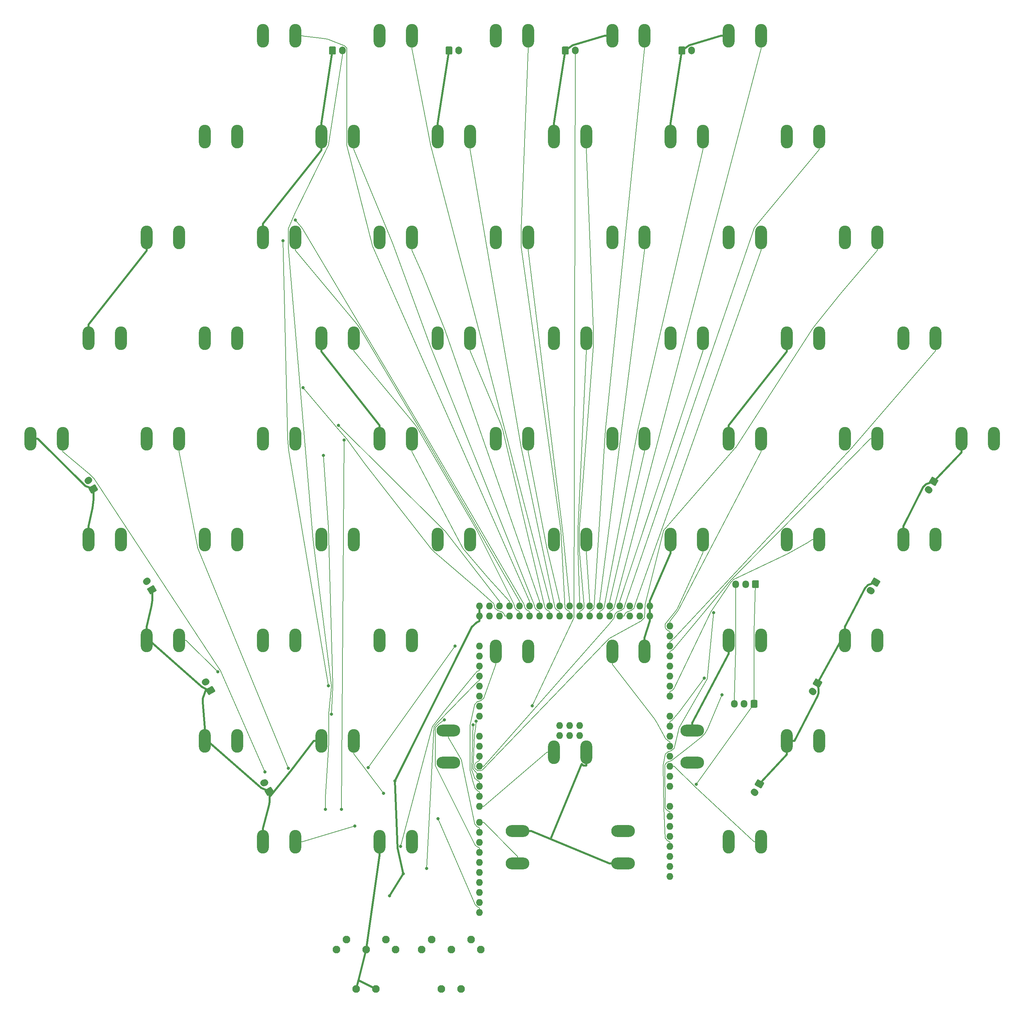
<source format=gbr>
G04 #@! TF.GenerationSoftware,KiCad,Pcbnew,(5.1.5-0-10_14)*
G04 #@! TF.CreationDate,2020-11-09T19:07:26-05:00*
G04 #@! TF.ProjectId,rainboard_newfighter,7261696e-626f-4617-9264-5f6e65776669,rev?*
G04 #@! TF.SameCoordinates,Original*
G04 #@! TF.FileFunction,Copper,L2,Bot*
G04 #@! TF.FilePolarity,Positive*
%FSLAX46Y46*%
G04 Gerber Fmt 4.6, Leading zero omitted, Abs format (unit mm)*
G04 Created by KiCad (PCBNEW (5.1.5-0-10_14)) date 2020-11-09 19:07:26*
%MOMM*%
%LPD*%
G04 APERTURE LIST*
%ADD10O,1.727200X1.727200*%
%ADD11O,3.000000X6.000000*%
%ADD12O,1.700000X1.950000*%
%ADD13C,0.100000*%
%ADD14C,1.700000*%
%ADD15O,1.700000X2.000000*%
%ADD16C,1.950000*%
%ADD17O,6.000000X3.000000*%
%ADD18C,0.800000*%
%ADD19C,0.200600*%
%ADD20C,0.500000*%
G04 APERTURE END LIST*
D10*
X12020000Y-73873000D03*
X34880000Y-40980000D03*
X34880000Y-43520000D03*
X32340000Y-40980000D03*
X32340000Y-43520000D03*
X29800000Y-40980000D03*
X29800000Y-43520000D03*
X27260000Y-40980000D03*
X27260000Y-43520000D03*
X24720000Y-40980000D03*
X24720000Y-43520000D03*
X22180000Y-40980000D03*
X22180000Y-43520000D03*
X19640000Y-40980000D03*
X19640000Y-43520000D03*
X17100000Y-40980000D03*
X17100000Y-43520000D03*
X14560000Y-40980000D03*
X14560000Y-43520000D03*
X12020000Y-40980000D03*
X12020000Y-43520000D03*
X9480000Y-40980000D03*
X9480000Y-43520000D03*
X6940000Y-40980000D03*
X6940000Y-43520000D03*
X4400000Y-40980000D03*
X4400000Y-43520000D03*
X1860000Y-40980000D03*
X1860000Y-43520000D03*
X-680000Y-40980000D03*
X-680000Y-43520000D03*
X-3220000Y-40980000D03*
X-3220000Y-43520000D03*
X-5760000Y-40980000D03*
X-5760000Y-43520000D03*
X-8300000Y-40980000D03*
X-8300000Y-43520000D03*
X39960000Y-46060000D03*
X39960000Y-48600000D03*
X39960000Y-51140000D03*
X39960000Y-53680000D03*
X39960000Y-56220000D03*
X39960000Y-58760000D03*
X39960000Y-61300000D03*
X39960000Y-63840000D03*
X39960000Y-68920000D03*
X39960000Y-71460000D03*
X39960000Y-74000000D03*
X39960000Y-76540000D03*
X39960000Y-79080000D03*
X39960000Y-81620000D03*
X39960000Y-84160000D03*
X39960000Y-109560000D03*
X-8300000Y-103464000D03*
X-8300000Y-106004000D03*
X-8300000Y-108544000D03*
X-8300000Y-113624000D03*
X-8300000Y-116164000D03*
X-8300000Y-118704000D03*
X-8300000Y-100924000D03*
X-8300000Y-98384000D03*
X-8300000Y-95844000D03*
X-8300000Y-111084000D03*
X-8300000Y-91780000D03*
X-8300000Y-89240000D03*
X-8300000Y-86700000D03*
X-8300000Y-84160000D03*
X-8300000Y-81620000D03*
X-8300000Y-79080000D03*
X-8300000Y-76540000D03*
X-8300000Y-74000000D03*
X-8300000Y-68920000D03*
X-8300000Y-66380000D03*
X-8300000Y-63840000D03*
X-8300000Y-61300000D03*
X-8300000Y-58760000D03*
X-8300000Y-56220000D03*
X-8300000Y-53680000D03*
X-8300000Y-51140000D03*
X39960000Y-107020000D03*
X39960000Y-104480000D03*
X39960000Y-101940000D03*
X39960000Y-99400000D03*
X39960000Y-96860000D03*
X39960000Y-94320000D03*
X39960000Y-91780000D03*
X39960000Y-86700000D03*
X12020000Y-71333000D03*
X14560000Y-73873000D03*
X14560000Y-71333000D03*
X17100000Y-71333000D03*
X17100000Y-73873000D03*
D11*
X33596800Y-52490000D03*
X25396800Y-52490000D03*
X-77842100Y-75235000D03*
X-69642100Y-75235000D03*
X-63093700Y-100780000D03*
X-54893700Y-100780000D03*
D12*
X56300000Y-65800000D03*
X58800000Y-65800000D03*
G04 #@! TA.AperFunction,ComponentPad*
D13*
G36*
X61924504Y-64826204D02*
G01*
X61948773Y-64829804D01*
X61972571Y-64835765D01*
X61995671Y-64844030D01*
X62017849Y-64854520D01*
X62038893Y-64867133D01*
X62058598Y-64881747D01*
X62076777Y-64898223D01*
X62093253Y-64916402D01*
X62107867Y-64936107D01*
X62120480Y-64957151D01*
X62130970Y-64979329D01*
X62139235Y-65002429D01*
X62145196Y-65026227D01*
X62148796Y-65050496D01*
X62150000Y-65075000D01*
X62150000Y-66525000D01*
X62148796Y-66549504D01*
X62145196Y-66573773D01*
X62139235Y-66597571D01*
X62130970Y-66620671D01*
X62120480Y-66642849D01*
X62107867Y-66663893D01*
X62093253Y-66683598D01*
X62076777Y-66701777D01*
X62058598Y-66718253D01*
X62038893Y-66732867D01*
X62017849Y-66745480D01*
X61995671Y-66755970D01*
X61972571Y-66764235D01*
X61948773Y-66770196D01*
X61924504Y-66773796D01*
X61900000Y-66775000D01*
X60700000Y-66775000D01*
X60675496Y-66773796D01*
X60651227Y-66770196D01*
X60627429Y-66764235D01*
X60604329Y-66755970D01*
X60582151Y-66745480D01*
X60561107Y-66732867D01*
X60541402Y-66718253D01*
X60523223Y-66701777D01*
X60506747Y-66683598D01*
X60492133Y-66663893D01*
X60479520Y-66642849D01*
X60469030Y-66620671D01*
X60460765Y-66597571D01*
X60454804Y-66573773D01*
X60451204Y-66549504D01*
X60450000Y-66525000D01*
X60450000Y-65075000D01*
X60451204Y-65050496D01*
X60454804Y-65026227D01*
X60460765Y-65002429D01*
X60469030Y-64979329D01*
X60479520Y-64957151D01*
X60492133Y-64936107D01*
X60506747Y-64916402D01*
X60523223Y-64898223D01*
X60541402Y-64881747D01*
X60561107Y-64867133D01*
X60582151Y-64854520D01*
X60604329Y-64844030D01*
X60627429Y-64835765D01*
X60651227Y-64829804D01*
X60675496Y-64826204D01*
X60700000Y-64825000D01*
X61900000Y-64825000D01*
X61924504Y-64826204D01*
G37*
G04 #@! TD.AperFunction*
D12*
X56700000Y-35450000D03*
X59200000Y-35450000D03*
G04 #@! TA.AperFunction,ComponentPad*
D13*
G36*
X62324504Y-34476204D02*
G01*
X62348773Y-34479804D01*
X62372571Y-34485765D01*
X62395671Y-34494030D01*
X62417849Y-34504520D01*
X62438893Y-34517133D01*
X62458598Y-34531747D01*
X62476777Y-34548223D01*
X62493253Y-34566402D01*
X62507867Y-34586107D01*
X62520480Y-34607151D01*
X62530970Y-34629329D01*
X62539235Y-34652429D01*
X62545196Y-34676227D01*
X62548796Y-34700496D01*
X62550000Y-34725000D01*
X62550000Y-36175000D01*
X62548796Y-36199504D01*
X62545196Y-36223773D01*
X62539235Y-36247571D01*
X62530970Y-36270671D01*
X62520480Y-36292849D01*
X62507867Y-36313893D01*
X62493253Y-36333598D01*
X62476777Y-36351777D01*
X62458598Y-36368253D01*
X62438893Y-36382867D01*
X62417849Y-36395480D01*
X62395671Y-36405970D01*
X62372571Y-36414235D01*
X62348773Y-36420196D01*
X62324504Y-36423796D01*
X62300000Y-36425000D01*
X61100000Y-36425000D01*
X61075496Y-36423796D01*
X61051227Y-36420196D01*
X61027429Y-36414235D01*
X61004329Y-36405970D01*
X60982151Y-36395480D01*
X60961107Y-36382867D01*
X60941402Y-36368253D01*
X60923223Y-36351777D01*
X60906747Y-36333598D01*
X60892133Y-36313893D01*
X60879520Y-36292849D01*
X60869030Y-36270671D01*
X60860765Y-36247571D01*
X60854804Y-36223773D01*
X60851204Y-36199504D01*
X60850000Y-36175000D01*
X60850000Y-34725000D01*
X60851204Y-34700496D01*
X60854804Y-34676227D01*
X60860765Y-34652429D01*
X60869030Y-34629329D01*
X60879520Y-34607151D01*
X60892133Y-34586107D01*
X60906747Y-34566402D01*
X60923223Y-34548223D01*
X60941402Y-34531747D01*
X60961107Y-34517133D01*
X60982151Y-34504520D01*
X61004329Y-34494030D01*
X61027429Y-34485765D01*
X61051227Y-34479804D01*
X61075496Y-34476204D01*
X61100000Y-34475000D01*
X62300000Y-34475000D01*
X62324504Y-34476204D01*
G37*
G04 #@! TD.AperFunction*
D14*
X61556604Y-88329264D02*
X61296796Y-88179264D01*
G04 #@! TA.AperFunction,ComponentPad*
D13*
G36*
X62359813Y-84946724D02*
G01*
X62383950Y-84951116D01*
X62407541Y-84957852D01*
X62430358Y-84966869D01*
X62452181Y-84978079D01*
X63751219Y-85728079D01*
X63771838Y-85741373D01*
X63791055Y-85756625D01*
X63808685Y-85773687D01*
X63824557Y-85792395D01*
X63838520Y-85812568D01*
X63850437Y-85834013D01*
X63860195Y-85856522D01*
X63867700Y-85879880D01*
X63872880Y-85903861D01*
X63875684Y-85928234D01*
X63876085Y-85952765D01*
X63874080Y-85977217D01*
X63869688Y-86001354D01*
X63862952Y-86024945D01*
X63853935Y-86047762D01*
X63842725Y-86069585D01*
X63242725Y-87108815D01*
X63229431Y-87129434D01*
X63214179Y-87148651D01*
X63197117Y-87166281D01*
X63178409Y-87182153D01*
X63158236Y-87196116D01*
X63136791Y-87208033D01*
X63114281Y-87217791D01*
X63090924Y-87225296D01*
X63066943Y-87230476D01*
X63042570Y-87233280D01*
X63018039Y-87233681D01*
X62993587Y-87231676D01*
X62969450Y-87227284D01*
X62945859Y-87220548D01*
X62923042Y-87211531D01*
X62901219Y-87200321D01*
X61602181Y-86450321D01*
X61581562Y-86437027D01*
X61562345Y-86421775D01*
X61544715Y-86404713D01*
X61528843Y-86386005D01*
X61514880Y-86365832D01*
X61502963Y-86344387D01*
X61493205Y-86321878D01*
X61485700Y-86298520D01*
X61480520Y-86274539D01*
X61477716Y-86250166D01*
X61477315Y-86225635D01*
X61479320Y-86201183D01*
X61483712Y-86177046D01*
X61490448Y-86153455D01*
X61499465Y-86130638D01*
X61510675Y-86108815D01*
X62110675Y-85069585D01*
X62123969Y-85048966D01*
X62139221Y-85029749D01*
X62156283Y-85012119D01*
X62174991Y-84996247D01*
X62195164Y-84982284D01*
X62216609Y-84970367D01*
X62239119Y-84960609D01*
X62262476Y-84953104D01*
X62286457Y-84947924D01*
X62310830Y-84945120D01*
X62335361Y-84944719D01*
X62359813Y-84946724D01*
G37*
G04 #@! TD.AperFunction*
D14*
X76279304Y-62758864D02*
X76019496Y-62608864D01*
G04 #@! TA.AperFunction,ComponentPad*
D13*
G36*
X77082513Y-59376324D02*
G01*
X77106650Y-59380716D01*
X77130241Y-59387452D01*
X77153058Y-59396469D01*
X77174881Y-59407679D01*
X78473919Y-60157679D01*
X78494538Y-60170973D01*
X78513755Y-60186225D01*
X78531385Y-60203287D01*
X78547257Y-60221995D01*
X78561220Y-60242168D01*
X78573137Y-60263613D01*
X78582895Y-60286122D01*
X78590400Y-60309480D01*
X78595580Y-60333461D01*
X78598384Y-60357834D01*
X78598785Y-60382365D01*
X78596780Y-60406817D01*
X78592388Y-60430954D01*
X78585652Y-60454545D01*
X78576635Y-60477362D01*
X78565425Y-60499185D01*
X77965425Y-61538415D01*
X77952131Y-61559034D01*
X77936879Y-61578251D01*
X77919817Y-61595881D01*
X77901109Y-61611753D01*
X77880936Y-61625716D01*
X77859491Y-61637633D01*
X77836981Y-61647391D01*
X77813624Y-61654896D01*
X77789643Y-61660076D01*
X77765270Y-61662880D01*
X77740739Y-61663281D01*
X77716287Y-61661276D01*
X77692150Y-61656884D01*
X77668559Y-61650148D01*
X77645742Y-61641131D01*
X77623919Y-61629921D01*
X76324881Y-60879921D01*
X76304262Y-60866627D01*
X76285045Y-60851375D01*
X76267415Y-60834313D01*
X76251543Y-60815605D01*
X76237580Y-60795432D01*
X76225663Y-60773987D01*
X76215905Y-60751478D01*
X76208400Y-60728120D01*
X76203220Y-60704139D01*
X76200416Y-60679766D01*
X76200015Y-60655235D01*
X76202020Y-60630783D01*
X76206412Y-60606646D01*
X76213148Y-60583055D01*
X76222165Y-60560238D01*
X76233375Y-60538415D01*
X76833375Y-59499185D01*
X76846669Y-59478566D01*
X76861921Y-59459349D01*
X76878983Y-59441719D01*
X76897691Y-59425847D01*
X76917864Y-59411884D01*
X76939309Y-59399967D01*
X76961819Y-59390209D01*
X76985176Y-59382704D01*
X77009157Y-59377524D01*
X77033530Y-59374720D01*
X77058061Y-59374319D01*
X77082513Y-59376324D01*
G37*
G04 #@! TD.AperFunction*
D14*
X91002304Y-37188864D02*
X90742496Y-37038864D01*
G04 #@! TA.AperFunction,ComponentPad*
D13*
G36*
X91805513Y-33806324D02*
G01*
X91829650Y-33810716D01*
X91853241Y-33817452D01*
X91876058Y-33826469D01*
X91897881Y-33837679D01*
X93196919Y-34587679D01*
X93217538Y-34600973D01*
X93236755Y-34616225D01*
X93254385Y-34633287D01*
X93270257Y-34651995D01*
X93284220Y-34672168D01*
X93296137Y-34693613D01*
X93305895Y-34716122D01*
X93313400Y-34739480D01*
X93318580Y-34763461D01*
X93321384Y-34787834D01*
X93321785Y-34812365D01*
X93319780Y-34836817D01*
X93315388Y-34860954D01*
X93308652Y-34884545D01*
X93299635Y-34907362D01*
X93288425Y-34929185D01*
X92688425Y-35968415D01*
X92675131Y-35989034D01*
X92659879Y-36008251D01*
X92642817Y-36025881D01*
X92624109Y-36041753D01*
X92603936Y-36055716D01*
X92582491Y-36067633D01*
X92559981Y-36077391D01*
X92536624Y-36084896D01*
X92512643Y-36090076D01*
X92488270Y-36092880D01*
X92463739Y-36093281D01*
X92439287Y-36091276D01*
X92415150Y-36086884D01*
X92391559Y-36080148D01*
X92368742Y-36071131D01*
X92346919Y-36059921D01*
X91047881Y-35309921D01*
X91027262Y-35296627D01*
X91008045Y-35281375D01*
X90990415Y-35264313D01*
X90974543Y-35245605D01*
X90960580Y-35225432D01*
X90948663Y-35203987D01*
X90938905Y-35181478D01*
X90931400Y-35158120D01*
X90926220Y-35134139D01*
X90923416Y-35109766D01*
X90923015Y-35085235D01*
X90925020Y-35060783D01*
X90929412Y-35036646D01*
X90936148Y-35013055D01*
X90945165Y-34990238D01*
X90956375Y-34968415D01*
X91556375Y-33929185D01*
X91569669Y-33908566D01*
X91584921Y-33889349D01*
X91601983Y-33871719D01*
X91620691Y-33855847D01*
X91640864Y-33841884D01*
X91662309Y-33829967D01*
X91684819Y-33820209D01*
X91708176Y-33812704D01*
X91732157Y-33807524D01*
X91756530Y-33804720D01*
X91781061Y-33804319D01*
X91805513Y-33806324D01*
G37*
G04 #@! TD.AperFunction*
D14*
X105724904Y-11618864D02*
X105465096Y-11468864D01*
G04 #@! TA.AperFunction,ComponentPad*
D13*
G36*
X106528113Y-8236324D02*
G01*
X106552250Y-8240716D01*
X106575841Y-8247452D01*
X106598658Y-8256469D01*
X106620481Y-8267679D01*
X107919519Y-9017679D01*
X107940138Y-9030973D01*
X107959355Y-9046225D01*
X107976985Y-9063287D01*
X107992857Y-9081995D01*
X108006820Y-9102168D01*
X108018737Y-9123613D01*
X108028495Y-9146122D01*
X108036000Y-9169480D01*
X108041180Y-9193461D01*
X108043984Y-9217834D01*
X108044385Y-9242365D01*
X108042380Y-9266817D01*
X108037988Y-9290954D01*
X108031252Y-9314545D01*
X108022235Y-9337362D01*
X108011025Y-9359185D01*
X107411025Y-10398415D01*
X107397731Y-10419034D01*
X107382479Y-10438251D01*
X107365417Y-10455881D01*
X107346709Y-10471753D01*
X107326536Y-10485716D01*
X107305091Y-10497633D01*
X107282581Y-10507391D01*
X107259224Y-10514896D01*
X107235243Y-10520076D01*
X107210870Y-10522880D01*
X107186339Y-10523281D01*
X107161887Y-10521276D01*
X107137750Y-10516884D01*
X107114159Y-10510148D01*
X107091342Y-10501131D01*
X107069519Y-10489921D01*
X105770481Y-9739921D01*
X105749862Y-9726627D01*
X105730645Y-9711375D01*
X105713015Y-9694313D01*
X105697143Y-9675605D01*
X105683180Y-9655432D01*
X105671263Y-9633987D01*
X105661505Y-9611478D01*
X105654000Y-9588120D01*
X105648820Y-9564139D01*
X105646016Y-9539766D01*
X105645615Y-9515235D01*
X105647620Y-9490783D01*
X105652012Y-9466646D01*
X105658748Y-9443055D01*
X105667765Y-9420238D01*
X105678975Y-9398415D01*
X106278975Y-8359185D01*
X106292269Y-8338566D01*
X106307521Y-8319349D01*
X106324583Y-8301719D01*
X106343291Y-8285847D01*
X106363464Y-8271884D01*
X106384909Y-8259967D01*
X106407419Y-8250209D01*
X106430776Y-8242704D01*
X106454757Y-8237524D01*
X106479130Y-8234720D01*
X106503661Y-8234319D01*
X106528113Y-8236324D01*
G37*
G04 #@! TD.AperFunction*
D15*
X45527600Y99872800D03*
G04 #@! TA.AperFunction,ComponentPad*
D13*
G36*
X43652104Y100871596D02*
G01*
X43676373Y100867996D01*
X43700171Y100862035D01*
X43723271Y100853770D01*
X43745449Y100843280D01*
X43766493Y100830667D01*
X43786198Y100816053D01*
X43804377Y100799577D01*
X43820853Y100781398D01*
X43835467Y100761693D01*
X43848080Y100740649D01*
X43858570Y100718471D01*
X43866835Y100695371D01*
X43872796Y100671573D01*
X43876396Y100647304D01*
X43877600Y100622800D01*
X43877600Y99122800D01*
X43876396Y99098296D01*
X43872796Y99074027D01*
X43866835Y99050229D01*
X43858570Y99027129D01*
X43848080Y99004951D01*
X43835467Y98983907D01*
X43820853Y98964202D01*
X43804377Y98946023D01*
X43786198Y98929547D01*
X43766493Y98914933D01*
X43745449Y98902320D01*
X43723271Y98891830D01*
X43700171Y98883565D01*
X43676373Y98877604D01*
X43652104Y98874004D01*
X43627600Y98872800D01*
X42427600Y98872800D01*
X42403096Y98874004D01*
X42378827Y98877604D01*
X42355029Y98883565D01*
X42331929Y98891830D01*
X42309751Y98902320D01*
X42288707Y98914933D01*
X42269002Y98929547D01*
X42250823Y98946023D01*
X42234347Y98964202D01*
X42219733Y98983907D01*
X42207120Y99004951D01*
X42196630Y99027129D01*
X42188365Y99050229D01*
X42182404Y99074027D01*
X42178804Y99098296D01*
X42177600Y99122800D01*
X42177600Y100622800D01*
X42178804Y100647304D01*
X42182404Y100671573D01*
X42188365Y100695371D01*
X42196630Y100718471D01*
X42207120Y100740649D01*
X42219733Y100761693D01*
X42234347Y100781398D01*
X42250823Y100799577D01*
X42269002Y100816053D01*
X42288707Y100830667D01*
X42309751Y100843280D01*
X42331929Y100853770D01*
X42355029Y100862035D01*
X42378827Y100867996D01*
X42403096Y100871596D01*
X42427600Y100872800D01*
X43627600Y100872800D01*
X43652104Y100871596D01*
G37*
G04 #@! TD.AperFunction*
D15*
X16012800Y99872800D03*
G04 #@! TA.AperFunction,ComponentPad*
D13*
G36*
X14137304Y100871596D02*
G01*
X14161573Y100867996D01*
X14185371Y100862035D01*
X14208471Y100853770D01*
X14230649Y100843280D01*
X14251693Y100830667D01*
X14271398Y100816053D01*
X14289577Y100799577D01*
X14306053Y100781398D01*
X14320667Y100761693D01*
X14333280Y100740649D01*
X14343770Y100718471D01*
X14352035Y100695371D01*
X14357996Y100671573D01*
X14361596Y100647304D01*
X14362800Y100622800D01*
X14362800Y99122800D01*
X14361596Y99098296D01*
X14357996Y99074027D01*
X14352035Y99050229D01*
X14343770Y99027129D01*
X14333280Y99004951D01*
X14320667Y98983907D01*
X14306053Y98964202D01*
X14289577Y98946023D01*
X14271398Y98929547D01*
X14251693Y98914933D01*
X14230649Y98902320D01*
X14208471Y98891830D01*
X14185371Y98883565D01*
X14161573Y98877604D01*
X14137304Y98874004D01*
X14112800Y98872800D01*
X12912800Y98872800D01*
X12888296Y98874004D01*
X12864027Y98877604D01*
X12840229Y98883565D01*
X12817129Y98891830D01*
X12794951Y98902320D01*
X12773907Y98914933D01*
X12754202Y98929547D01*
X12736023Y98946023D01*
X12719547Y98964202D01*
X12704933Y98983907D01*
X12692320Y99004951D01*
X12681830Y99027129D01*
X12673565Y99050229D01*
X12667604Y99074027D01*
X12664004Y99098296D01*
X12662800Y99122800D01*
X12662800Y100622800D01*
X12664004Y100647304D01*
X12667604Y100671573D01*
X12673565Y100695371D01*
X12681830Y100718471D01*
X12692320Y100740649D01*
X12704933Y100761693D01*
X12719547Y100781398D01*
X12736023Y100799577D01*
X12754202Y100816053D01*
X12773907Y100830667D01*
X12794951Y100843280D01*
X12817129Y100853770D01*
X12840229Y100862035D01*
X12864027Y100867996D01*
X12888296Y100871596D01*
X12912800Y100872800D01*
X14112800Y100872800D01*
X14137304Y100871596D01*
G37*
G04 #@! TD.AperFunction*
D15*
X-13502000Y99872800D03*
G04 #@! TA.AperFunction,ComponentPad*
D13*
G36*
X-15377496Y100871596D02*
G01*
X-15353227Y100867996D01*
X-15329429Y100862035D01*
X-15306329Y100853770D01*
X-15284151Y100843280D01*
X-15263107Y100830667D01*
X-15243402Y100816053D01*
X-15225223Y100799577D01*
X-15208747Y100781398D01*
X-15194133Y100761693D01*
X-15181520Y100740649D01*
X-15171030Y100718471D01*
X-15162765Y100695371D01*
X-15156804Y100671573D01*
X-15153204Y100647304D01*
X-15152000Y100622800D01*
X-15152000Y99122800D01*
X-15153204Y99098296D01*
X-15156804Y99074027D01*
X-15162765Y99050229D01*
X-15171030Y99027129D01*
X-15181520Y99004951D01*
X-15194133Y98983907D01*
X-15208747Y98964202D01*
X-15225223Y98946023D01*
X-15243402Y98929547D01*
X-15263107Y98914933D01*
X-15284151Y98902320D01*
X-15306329Y98891830D01*
X-15329429Y98883565D01*
X-15353227Y98877604D01*
X-15377496Y98874004D01*
X-15402000Y98872800D01*
X-16602000Y98872800D01*
X-16626504Y98874004D01*
X-16650773Y98877604D01*
X-16674571Y98883565D01*
X-16697671Y98891830D01*
X-16719849Y98902320D01*
X-16740893Y98914933D01*
X-16760598Y98929547D01*
X-16778777Y98946023D01*
X-16795253Y98964202D01*
X-16809867Y98983907D01*
X-16822480Y99004951D01*
X-16832970Y99027129D01*
X-16841235Y99050229D01*
X-16847196Y99074027D01*
X-16850796Y99098296D01*
X-16852000Y99122800D01*
X-16852000Y100622800D01*
X-16850796Y100647304D01*
X-16847196Y100671573D01*
X-16841235Y100695371D01*
X-16832970Y100718471D01*
X-16822480Y100740649D01*
X-16809867Y100761693D01*
X-16795253Y100781398D01*
X-16778777Y100799577D01*
X-16760598Y100816053D01*
X-16740893Y100830667D01*
X-16719849Y100843280D01*
X-16697671Y100853770D01*
X-16674571Y100862035D01*
X-16650773Y100867996D01*
X-16626504Y100871596D01*
X-16602000Y100872800D01*
X-15402000Y100872800D01*
X-15377496Y100871596D01*
G37*
G04 #@! TD.AperFunction*
D15*
X-43016800Y99872800D03*
G04 #@! TA.AperFunction,ComponentPad*
D13*
G36*
X-44892296Y100871596D02*
G01*
X-44868027Y100867996D01*
X-44844229Y100862035D01*
X-44821129Y100853770D01*
X-44798951Y100843280D01*
X-44777907Y100830667D01*
X-44758202Y100816053D01*
X-44740023Y100799577D01*
X-44723547Y100781398D01*
X-44708933Y100761693D01*
X-44696320Y100740649D01*
X-44685830Y100718471D01*
X-44677565Y100695371D01*
X-44671604Y100671573D01*
X-44668004Y100647304D01*
X-44666800Y100622800D01*
X-44666800Y99122800D01*
X-44668004Y99098296D01*
X-44671604Y99074027D01*
X-44677565Y99050229D01*
X-44685830Y99027129D01*
X-44696320Y99004951D01*
X-44708933Y98983907D01*
X-44723547Y98964202D01*
X-44740023Y98946023D01*
X-44758202Y98929547D01*
X-44777907Y98914933D01*
X-44798951Y98902320D01*
X-44821129Y98891830D01*
X-44844229Y98883565D01*
X-44868027Y98877604D01*
X-44892296Y98874004D01*
X-44916800Y98872800D01*
X-46116800Y98872800D01*
X-46141304Y98874004D01*
X-46165573Y98877604D01*
X-46189371Y98883565D01*
X-46212471Y98891830D01*
X-46234649Y98902320D01*
X-46255693Y98914933D01*
X-46275398Y98929547D01*
X-46293577Y98946023D01*
X-46310053Y98964202D01*
X-46324667Y98983907D01*
X-46337280Y99004951D01*
X-46347770Y99027129D01*
X-46356035Y99050229D01*
X-46361996Y99074027D01*
X-46365596Y99098296D01*
X-46366800Y99122800D01*
X-46366800Y100622800D01*
X-46365596Y100647304D01*
X-46361996Y100671573D01*
X-46356035Y100695371D01*
X-46347770Y100718471D01*
X-46337280Y100740649D01*
X-46324667Y100761693D01*
X-46310053Y100781398D01*
X-46293577Y100799577D01*
X-46275398Y100816053D01*
X-46255693Y100830667D01*
X-46234649Y100843280D01*
X-46212471Y100853770D01*
X-46189371Y100862035D01*
X-46165573Y100867996D01*
X-46141304Y100871596D01*
X-46116800Y100872800D01*
X-44916800Y100872800D01*
X-44892296Y100871596D01*
G37*
G04 #@! TD.AperFunction*
D14*
X-107530904Y-9224636D02*
X-107271096Y-9074636D01*
G04 #@! TA.AperFunction,ComponentPad*
D13*
G36*
X-105785130Y-10170620D02*
G01*
X-105760757Y-10173424D01*
X-105736776Y-10178604D01*
X-105713418Y-10186109D01*
X-105690909Y-10195867D01*
X-105669464Y-10207784D01*
X-105649291Y-10221747D01*
X-105630583Y-10237619D01*
X-105613521Y-10255249D01*
X-105598269Y-10274466D01*
X-105584975Y-10295085D01*
X-104984975Y-11334315D01*
X-104973765Y-11356138D01*
X-104964748Y-11378955D01*
X-104958012Y-11402546D01*
X-104953620Y-11426683D01*
X-104951615Y-11451135D01*
X-104952016Y-11475666D01*
X-104954820Y-11500039D01*
X-104960000Y-11524020D01*
X-104967505Y-11547377D01*
X-104977263Y-11569887D01*
X-104989180Y-11591332D01*
X-105003143Y-11611505D01*
X-105019015Y-11630213D01*
X-105036645Y-11647275D01*
X-105055862Y-11662527D01*
X-105076481Y-11675821D01*
X-106375519Y-12425821D01*
X-106397342Y-12437031D01*
X-106420159Y-12446048D01*
X-106443750Y-12452784D01*
X-106467887Y-12457176D01*
X-106492339Y-12459181D01*
X-106516870Y-12458780D01*
X-106541243Y-12455976D01*
X-106565224Y-12450796D01*
X-106588582Y-12443291D01*
X-106611091Y-12433533D01*
X-106632536Y-12421616D01*
X-106652709Y-12407653D01*
X-106671417Y-12391781D01*
X-106688479Y-12374151D01*
X-106703731Y-12354934D01*
X-106717025Y-12334315D01*
X-107317025Y-11295085D01*
X-107328235Y-11273262D01*
X-107337252Y-11250445D01*
X-107343988Y-11226854D01*
X-107348380Y-11202717D01*
X-107350385Y-11178265D01*
X-107349984Y-11153734D01*
X-107347180Y-11129361D01*
X-107342000Y-11105380D01*
X-107334495Y-11082023D01*
X-107324737Y-11059513D01*
X-107312820Y-11038068D01*
X-107298857Y-11017895D01*
X-107282985Y-10999187D01*
X-107265355Y-10982125D01*
X-107246138Y-10966873D01*
X-107225519Y-10953579D01*
X-105926481Y-10203579D01*
X-105904658Y-10192369D01*
X-105881841Y-10183352D01*
X-105858250Y-10176616D01*
X-105834113Y-10172224D01*
X-105809661Y-10170219D01*
X-105785130Y-10170620D01*
G37*
G04 #@! TD.AperFunction*
D14*
X-92663004Y-34780536D02*
X-92403196Y-34630536D01*
G04 #@! TA.AperFunction,ComponentPad*
D13*
G36*
X-90917230Y-35726520D02*
G01*
X-90892857Y-35729324D01*
X-90868876Y-35734504D01*
X-90845518Y-35742009D01*
X-90823009Y-35751767D01*
X-90801564Y-35763684D01*
X-90781391Y-35777647D01*
X-90762683Y-35793519D01*
X-90745621Y-35811149D01*
X-90730369Y-35830366D01*
X-90717075Y-35850985D01*
X-90117075Y-36890215D01*
X-90105865Y-36912038D01*
X-90096848Y-36934855D01*
X-90090112Y-36958446D01*
X-90085720Y-36982583D01*
X-90083715Y-37007035D01*
X-90084116Y-37031566D01*
X-90086920Y-37055939D01*
X-90092100Y-37079920D01*
X-90099605Y-37103277D01*
X-90109363Y-37125787D01*
X-90121280Y-37147232D01*
X-90135243Y-37167405D01*
X-90151115Y-37186113D01*
X-90168745Y-37203175D01*
X-90187962Y-37218427D01*
X-90208581Y-37231721D01*
X-91507619Y-37981721D01*
X-91529442Y-37992931D01*
X-91552259Y-38001948D01*
X-91575850Y-38008684D01*
X-91599987Y-38013076D01*
X-91624439Y-38015081D01*
X-91648970Y-38014680D01*
X-91673343Y-38011876D01*
X-91697324Y-38006696D01*
X-91720682Y-37999191D01*
X-91743191Y-37989433D01*
X-91764636Y-37977516D01*
X-91784809Y-37963553D01*
X-91803517Y-37947681D01*
X-91820579Y-37930051D01*
X-91835831Y-37910834D01*
X-91849125Y-37890215D01*
X-92449125Y-36850985D01*
X-92460335Y-36829162D01*
X-92469352Y-36806345D01*
X-92476088Y-36782754D01*
X-92480480Y-36758617D01*
X-92482485Y-36734165D01*
X-92482084Y-36709634D01*
X-92479280Y-36685261D01*
X-92474100Y-36661280D01*
X-92466595Y-36637923D01*
X-92456837Y-36615413D01*
X-92444920Y-36593968D01*
X-92430957Y-36573795D01*
X-92415085Y-36555087D01*
X-92397455Y-36538025D01*
X-92378238Y-36522773D01*
X-92357619Y-36509479D01*
X-91058581Y-35759479D01*
X-91036758Y-35748269D01*
X-91013941Y-35739252D01*
X-90990350Y-35732516D01*
X-90966213Y-35728124D01*
X-90941761Y-35726119D01*
X-90917230Y-35726520D01*
G37*
G04 #@! TD.AperFunction*
D14*
X-77795104Y-60336636D02*
X-77535296Y-60186636D01*
G04 #@! TA.AperFunction,ComponentPad*
D13*
G36*
X-76049330Y-61282620D02*
G01*
X-76024957Y-61285424D01*
X-76000976Y-61290604D01*
X-75977618Y-61298109D01*
X-75955109Y-61307867D01*
X-75933664Y-61319784D01*
X-75913491Y-61333747D01*
X-75894783Y-61349619D01*
X-75877721Y-61367249D01*
X-75862469Y-61386466D01*
X-75849175Y-61407085D01*
X-75249175Y-62446315D01*
X-75237965Y-62468138D01*
X-75228948Y-62490955D01*
X-75222212Y-62514546D01*
X-75217820Y-62538683D01*
X-75215815Y-62563135D01*
X-75216216Y-62587666D01*
X-75219020Y-62612039D01*
X-75224200Y-62636020D01*
X-75231705Y-62659377D01*
X-75241463Y-62681887D01*
X-75253380Y-62703332D01*
X-75267343Y-62723505D01*
X-75283215Y-62742213D01*
X-75300845Y-62759275D01*
X-75320062Y-62774527D01*
X-75340681Y-62787821D01*
X-76639719Y-63537821D01*
X-76661542Y-63549031D01*
X-76684359Y-63558048D01*
X-76707950Y-63564784D01*
X-76732087Y-63569176D01*
X-76756539Y-63571181D01*
X-76781070Y-63570780D01*
X-76805443Y-63567976D01*
X-76829424Y-63562796D01*
X-76852782Y-63555291D01*
X-76875291Y-63545533D01*
X-76896736Y-63533616D01*
X-76916909Y-63519653D01*
X-76935617Y-63503781D01*
X-76952679Y-63486151D01*
X-76967931Y-63466934D01*
X-76981225Y-63446315D01*
X-77581225Y-62407085D01*
X-77592435Y-62385262D01*
X-77601452Y-62362445D01*
X-77608188Y-62338854D01*
X-77612580Y-62314717D01*
X-77614585Y-62290265D01*
X-77614184Y-62265734D01*
X-77611380Y-62241361D01*
X-77606200Y-62217380D01*
X-77598695Y-62194023D01*
X-77588937Y-62171513D01*
X-77577020Y-62150068D01*
X-77563057Y-62129895D01*
X-77547185Y-62111187D01*
X-77529555Y-62094125D01*
X-77510338Y-62078873D01*
X-77489719Y-62065579D01*
X-76190681Y-61315579D01*
X-76168858Y-61304369D01*
X-76146041Y-61295352D01*
X-76122450Y-61288616D01*
X-76098313Y-61284224D01*
X-76073861Y-61282219D01*
X-76049330Y-61282620D01*
G37*
G04 #@! TD.AperFunction*
D14*
X-62927104Y-85892536D02*
X-62667296Y-85742536D01*
G04 #@! TA.AperFunction,ComponentPad*
D13*
G36*
X-61181330Y-86838520D02*
G01*
X-61156957Y-86841324D01*
X-61132976Y-86846504D01*
X-61109618Y-86854009D01*
X-61087109Y-86863767D01*
X-61065664Y-86875684D01*
X-61045491Y-86889647D01*
X-61026783Y-86905519D01*
X-61009721Y-86923149D01*
X-60994469Y-86942366D01*
X-60981175Y-86962985D01*
X-60381175Y-88002215D01*
X-60369965Y-88024038D01*
X-60360948Y-88046855D01*
X-60354212Y-88070446D01*
X-60349820Y-88094583D01*
X-60347815Y-88119035D01*
X-60348216Y-88143566D01*
X-60351020Y-88167939D01*
X-60356200Y-88191920D01*
X-60363705Y-88215277D01*
X-60373463Y-88237787D01*
X-60385380Y-88259232D01*
X-60399343Y-88279405D01*
X-60415215Y-88298113D01*
X-60432845Y-88315175D01*
X-60452062Y-88330427D01*
X-60472681Y-88343721D01*
X-61771719Y-89093721D01*
X-61793542Y-89104931D01*
X-61816359Y-89113948D01*
X-61839950Y-89120684D01*
X-61864087Y-89125076D01*
X-61888539Y-89127081D01*
X-61913070Y-89126680D01*
X-61937443Y-89123876D01*
X-61961424Y-89118696D01*
X-61984782Y-89111191D01*
X-62007291Y-89101433D01*
X-62028736Y-89089516D01*
X-62048909Y-89075553D01*
X-62067617Y-89059681D01*
X-62084679Y-89042051D01*
X-62099931Y-89022834D01*
X-62113225Y-89002215D01*
X-62713225Y-87962985D01*
X-62724435Y-87941162D01*
X-62733452Y-87918345D01*
X-62740188Y-87894754D01*
X-62744580Y-87870617D01*
X-62746585Y-87846165D01*
X-62746184Y-87821634D01*
X-62743380Y-87797261D01*
X-62738200Y-87773280D01*
X-62730695Y-87749923D01*
X-62720937Y-87727413D01*
X-62709020Y-87705968D01*
X-62695057Y-87685795D01*
X-62679185Y-87667087D01*
X-62661555Y-87650025D01*
X-62642338Y-87634773D01*
X-62621719Y-87621479D01*
X-61322681Y-86871479D01*
X-61300858Y-86860269D01*
X-61278041Y-86851252D01*
X-61254450Y-86844516D01*
X-61230313Y-86840124D01*
X-61205861Y-86838119D01*
X-61181330Y-86838520D01*
G37*
G04 #@! TD.AperFunction*
D16*
X-34500000Y-138100000D03*
X-39500000Y-138100000D03*
X-44500000Y-128100000D03*
X-42000000Y-125600000D03*
X-29500000Y-128100000D03*
X-32000000Y-125600000D03*
X-37000000Y-128100000D03*
X-12900000Y-138100000D03*
X-17900000Y-138100000D03*
X-22900000Y-128100000D03*
X-20400000Y-125600000D03*
X-7900000Y-128100000D03*
X-10400000Y-125600000D03*
X-15400000Y-128100000D03*
D17*
X28096800Y-106280000D03*
X28096800Y-98080000D03*
X1400000Y-98080000D03*
X1400000Y-106280000D03*
X-16148400Y-80735000D03*
X-16148400Y-72535000D03*
X45645200Y-72535000D03*
X45645200Y-80735000D03*
D11*
X40145200Y-24145000D03*
X48345200Y-24145000D03*
X-18848400Y-24145000D03*
X-10648400Y-24145000D03*
X4100000Y-52490000D03*
X-4100000Y-52490000D03*
X10648400Y-24145000D03*
X18848400Y-24145000D03*
X-63093700Y103580000D03*
X-54893700Y103580000D03*
X-33596800Y103580000D03*
X-25396800Y103580000D03*
X-4100000Y103580000D03*
X4100000Y103580000D03*
X25396800Y103580000D03*
X33596800Y103580000D03*
X54893700Y103580000D03*
X63093700Y103580000D03*
X-77842100Y78035000D03*
X-69642100Y78035000D03*
X-48345200Y78035000D03*
X-40145200Y78035000D03*
X-18848400Y78035000D03*
X-10648400Y78035000D03*
X10648400Y78035000D03*
X18848400Y78035000D03*
X40145200Y78035000D03*
X48345200Y78035000D03*
X69642100Y78035000D03*
X77842100Y78035000D03*
X-92590500Y52490000D03*
X-84390500Y52490000D03*
X-63093700Y52490000D03*
X-54893700Y52490000D03*
X-33596800Y52490000D03*
X-25396800Y52490000D03*
X-4100000Y52490000D03*
X4100000Y52490000D03*
X25396800Y52490000D03*
X33596800Y52490000D03*
X54893700Y52490000D03*
X63093700Y52490000D03*
X84390500Y52490000D03*
X92590500Y52490000D03*
X-107339000Y26945000D03*
X-99139000Y26945000D03*
X-77842100Y26945000D03*
X-69642100Y26945000D03*
X-48345200Y26945000D03*
X-40145200Y26945000D03*
X-18848400Y26945000D03*
X-10648400Y26945000D03*
X10648400Y26945000D03*
X18848400Y26945000D03*
X40145200Y26945000D03*
X48345200Y26945000D03*
X69642100Y26945000D03*
X77842100Y26945000D03*
X99139000Y26945000D03*
X107339000Y26945000D03*
X-122087000Y1400000D03*
X-113887000Y1400000D03*
X-92590500Y1400000D03*
X-84390500Y1400000D03*
X-63093700Y1400000D03*
X-54893700Y1400000D03*
X-33596800Y1400000D03*
X-25396800Y1400000D03*
X-4100000Y1400000D03*
X4100000Y1400000D03*
X25396800Y1400000D03*
X33596800Y1400000D03*
X54893700Y1400000D03*
X63093700Y1400000D03*
X84390500Y1400000D03*
X92590500Y1400000D03*
X113887000Y1400000D03*
X122087000Y1400000D03*
X-107339000Y-24145000D03*
X-99139000Y-24145000D03*
X-77842100Y-24145000D03*
X-69642100Y-24145000D03*
X-48345200Y-24145000D03*
X-40145200Y-24145000D03*
X69642100Y-24145000D03*
X77842100Y-24145000D03*
X99139000Y-24145000D03*
X107339000Y-24145000D03*
X-92590500Y-49690000D03*
X-84390500Y-49690000D03*
X-63093700Y-49690000D03*
X-54893700Y-49690000D03*
X-33596800Y-49690000D03*
X-25396800Y-49690000D03*
X54893700Y-49690000D03*
X63093700Y-49690000D03*
X84390500Y-49690000D03*
X92590500Y-49690000D03*
X-48345200Y-75235000D03*
X-40145200Y-75235000D03*
X18848400Y-78035000D03*
X10648400Y-78035000D03*
X69642100Y-75235000D03*
X77842100Y-75235000D03*
X-33596800Y-100780000D03*
X-25396800Y-100780000D03*
X54893700Y-100780000D03*
X63093700Y-100780000D03*
D18*
X-54956700Y56922000D03*
X-52995800Y14383700D03*
X-47835400Y-2791700D03*
X-45795500Y-68420200D03*
X-62610800Y-83072200D03*
X-56713100Y-82161000D03*
X-9849700Y-71173100D03*
X-74560400Y-57704200D03*
X-9117800Y-70237700D03*
X48720900Y-59291300D03*
X-17167500Y-69827700D03*
X-32594900Y-88509200D03*
X-43999200Y4817700D03*
X-39834000Y-96768000D03*
X-31003400Y-114511800D03*
X-27605500Y-108863600D03*
X-29691700Y-85319100D03*
X-47329700Y-92574100D03*
X-58024500Y51603500D03*
X-46500800Y-61234100D03*
X5143700Y-66344000D03*
X-42590300Y1048700D03*
X-43220700Y-92556000D03*
X-18790700Y-94966200D03*
X51095400Y-42710400D03*
X-21635400Y-107555000D03*
X-14472500Y-51171300D03*
X-36474500Y-81942000D03*
X-28212200Y-101991800D03*
X46685000Y-86179200D03*
X53157000Y-63550000D03*
D19*
X4400000Y-40980000D02*
X4400000Y-39838000D01*
X-54893700Y103580000D02*
X-53115300Y103580000D01*
X-53115300Y103580000D02*
X-52991900Y103561200D01*
X-52991900Y103561200D02*
X-48623400Y102997200D01*
X-48623400Y102997200D02*
X-46797900Y102748300D01*
X-46797900Y102748300D02*
X-46779700Y102744900D01*
X-46779700Y102744900D02*
X-42441500Y101093700D01*
X-42441500Y101093700D02*
X-41888200Y100484900D01*
X-41888200Y100484900D02*
X-41888300Y99333600D01*
X-41888300Y99333600D02*
X-41923700Y80188200D01*
X-41923700Y80188200D02*
X-41923700Y75870800D01*
X-41923700Y75870800D02*
X-41922200Y75847000D01*
X-41922200Y75847000D02*
X-35365400Y50269200D01*
X-35365400Y50269200D02*
X-35012400Y49477400D01*
X-35012400Y49477400D02*
X4400000Y-39838000D01*
D20*
X54893700Y-49690000D02*
X54893700Y-53118100D01*
X45645200Y-72535000D02*
X45645200Y-70606900D01*
X45645200Y-70606900D02*
X54893700Y-53118100D01*
X99139000Y-24145000D02*
X99139000Y-20716900D01*
X99139000Y-20716900D02*
X104185500Y-10852900D01*
X104185500Y-10852900D02*
X104909800Y-10128600D01*
X104909800Y-10128600D02*
X106845000Y-9378800D01*
X69642100Y-75235000D02*
X69642100Y-78663100D01*
X62676700Y-86089200D02*
X69642100Y-78663100D01*
X69642100Y-75235000D02*
X71570200Y-75235000D01*
X71570200Y-75235000D02*
X77423600Y-63842100D01*
X77423600Y-63842100D02*
X77675800Y-63106700D01*
X77675800Y-63106700D02*
X77642500Y-62089500D01*
X77642500Y-62089500D02*
X77399400Y-60518800D01*
X54893700Y1400000D02*
X54893700Y4828100D01*
X69642100Y26945000D02*
X69642100Y23516900D01*
X69642100Y23516900D02*
X54893700Y4828100D01*
X54893700Y103580000D02*
X52965600Y103580000D01*
X52965600Y103580000D02*
X45031900Y101285200D01*
X45031900Y101285200D02*
X44970800Y101258800D01*
X44970800Y101258800D02*
X43027600Y99872800D01*
X40145200Y81463100D02*
X43027600Y99872800D01*
X25396800Y103580000D02*
X23468700Y103580000D01*
X23468700Y103580000D02*
X15517100Y101285300D01*
X15517100Y101285300D02*
X15456000Y101258800D01*
X15456000Y101258800D02*
X13512800Y99872800D01*
X18848400Y-78035000D02*
X18848400Y-81463100D01*
X9727300Y-100104900D02*
X24668700Y-106279900D01*
X24668700Y-106279900D02*
X24668700Y-106280000D01*
X18848400Y-81463100D02*
X18049800Y-81463100D01*
X18049800Y-81463100D02*
X17612400Y-81025700D01*
X17612400Y-81025700D02*
X9727300Y-100104900D01*
X9727300Y-100104900D02*
X4828100Y-98080100D01*
X4828100Y-98080100D02*
X4828100Y-98080000D01*
X1400000Y-98080000D02*
X4828100Y-98080000D01*
X28096800Y-106280000D02*
X24668700Y-106280000D01*
X10648400Y78035000D02*
X10648400Y81463100D01*
X13512800Y99872800D02*
X10648400Y81463100D01*
X-48345200Y78035000D02*
X-48345200Y74606900D01*
X-63093700Y52490000D02*
X-63093700Y55918100D01*
X-63093700Y55918100D02*
X-48345200Y74606900D01*
X-33596800Y-100780000D02*
X-33596800Y-104208100D01*
X-33596800Y-104208100D02*
X-37000000Y-128100000D01*
X-34500000Y-138100000D02*
X-38941700Y-135867000D01*
X-38941700Y-135867000D02*
X-39500000Y-138100000D01*
X-37000000Y-128100000D02*
X-38941700Y-135867000D01*
X-107339000Y26945000D02*
X-107339000Y30373100D01*
X-92590500Y52490000D02*
X-92590500Y49061900D01*
X-92590500Y49061900D02*
X-107339000Y30373100D01*
X-77842100Y-74632900D02*
X-63583400Y-87171000D01*
X-63583400Y-87171000D02*
X-61547200Y-87982600D01*
X-77842100Y-74632900D02*
X-77842100Y-71806900D01*
X-77842100Y-75235000D02*
X-77842100Y-74632900D01*
X-61479600Y-89452900D02*
X-61479700Y-89452800D01*
X-61479700Y-89452800D02*
X-61547200Y-87982600D01*
X-77538900Y-62058100D02*
X-76415200Y-62426700D01*
X-77842100Y-71806900D02*
X-78378300Y-65459800D01*
X-78378300Y-65459800D02*
X-78375300Y-64456700D01*
X-78375300Y-64456700D02*
X-77538900Y-62058100D01*
X-92590500Y-49142300D02*
X-78645700Y-61511800D01*
X-78645700Y-61511800D02*
X-77538900Y-62058100D01*
X-61479600Y-89452900D02*
X-61479500Y-89452800D01*
X-61479500Y-89452800D02*
X-55994400Y-82721100D01*
X-55994400Y-82721100D02*
X-50273300Y-75235000D01*
X-107339000Y-24145000D02*
X-107339000Y-20716900D01*
X-107339000Y-20716900D02*
X-106315800Y-16067000D01*
X-106315800Y-16067000D02*
X-106054100Y-14001100D01*
X-106054100Y-14001100D02*
X-106054900Y-13001500D01*
X-106054900Y-13001500D02*
X-106151000Y-11314700D01*
X-122087000Y1400000D02*
X-120158900Y1400000D01*
X-120158900Y1400000D02*
X-108086200Y-10564900D01*
X-108086200Y-10564900D02*
X-106151000Y-11314700D01*
X113887000Y1400000D02*
X113887000Y-2028100D01*
X113887000Y-2028100D02*
X113886800Y-2028100D01*
X113886800Y-2028100D02*
X106845000Y-9378800D01*
X84390500Y-47975900D02*
X84390500Y-46261900D01*
X84390500Y-49690000D02*
X84390500Y-47975900D01*
X84390500Y-47975900D02*
X77399400Y-60518800D01*
X-63093700Y-97351900D02*
X-61579500Y-91617800D01*
X-61579500Y-91617800D02*
X-61450300Y-90670600D01*
X-61450300Y-90670600D02*
X-61451100Y-90074700D01*
X-61451100Y-90074700D02*
X-61479700Y-89453000D01*
X-61479700Y-89453000D02*
X-61479600Y-89452900D01*
X-48345200Y-75235000D02*
X-50273300Y-75235000D01*
X-63093700Y-100780000D02*
X-63093700Y-97351900D01*
X-92590500Y-49142300D02*
X-92590500Y-46261900D01*
X-92590500Y-49690000D02*
X-92590500Y-49142300D01*
X-91283100Y-36870600D02*
X-91185800Y-38578900D01*
X-91185800Y-38578900D02*
X-91187000Y-39565300D01*
X-91187000Y-39565300D02*
X-91404700Y-41135700D01*
X-91404700Y-41135700D02*
X-92590500Y-46261900D01*
X84390500Y-46261900D02*
X89402200Y-36483600D01*
X89402200Y-36483600D02*
X90187200Y-35698600D01*
X90187200Y-35698600D02*
X92122400Y-34948800D01*
X-48345200Y81463100D02*
X-45516800Y99872800D01*
X34880000Y-43520000D02*
X34880000Y-40980000D01*
X34880000Y-43956100D02*
X34880000Y-43520000D01*
X34880000Y-43956100D02*
X34880000Y-44811700D01*
X33596800Y-52490000D02*
X33596800Y-49061900D01*
X33596800Y-49061900D02*
X34880000Y-44811700D01*
X34880000Y-40980000D02*
X34880000Y-39688300D01*
X40145200Y-24145000D02*
X40145200Y-27573100D01*
X40145200Y-27573100D02*
X40145100Y-27573100D01*
X40145100Y-27573100D02*
X34880000Y-39688300D01*
X-48345200Y78035000D02*
X-48345200Y81463100D01*
X-18848400Y78035000D02*
X-18848400Y81463100D01*
X-18848400Y81463100D02*
X-16002000Y99872800D01*
X40145200Y78035000D02*
X40145200Y81463100D01*
X-33596800Y1400000D02*
X-33596800Y4828100D01*
X-48345200Y26945000D02*
X-48345200Y23516900D01*
X-48345200Y23516900D02*
X-33596800Y4828100D01*
D19*
X9480000Y-40980000D02*
X9480000Y-39838000D01*
X-25396800Y103580000D02*
X-25396800Y100301600D01*
X-25396800Y100301600D02*
X-20622900Y75837100D01*
X-20622900Y75837100D02*
X9480000Y-39838000D01*
X14560000Y-43520000D02*
X14560000Y-42378000D01*
X4100000Y103580000D02*
X4100000Y100301600D01*
X4100000Y100301600D02*
X2321100Y54641500D01*
X2321100Y54641500D02*
X2321400Y50046400D01*
X2321400Y50046400D02*
X12425600Y-21964300D01*
X12425600Y-21964300D02*
X12426400Y-21972700D01*
X12426400Y-21972700D02*
X13419600Y-41412400D01*
X13419600Y-41412400D02*
X13434100Y-41452600D01*
X13434100Y-41452600D02*
X13574500Y-41710400D01*
X13574500Y-41710400D02*
X13979500Y-42096600D01*
X13979500Y-42096600D02*
X14560000Y-42378000D01*
X19640000Y-43520000D02*
X19640000Y-42378000D01*
X33596800Y103580000D02*
X33596800Y100301600D01*
X33596800Y100301600D02*
X23618900Y3573600D01*
X23618900Y3573600D02*
X20780600Y-41405100D01*
X20780600Y-41405100D02*
X20770000Y-41445100D01*
X20770000Y-41445100D02*
X20627500Y-41706700D01*
X20627500Y-41706700D02*
X20216800Y-42098300D01*
X20216800Y-42098300D02*
X19640000Y-42378000D01*
X24720000Y-43520000D02*
X24720000Y-42378000D01*
X63093700Y103580000D02*
X63093700Y100301600D01*
X63093700Y100301600D02*
X63093600Y100301600D01*
X63093600Y100301600D02*
X25850300Y-41444500D01*
X25850300Y-41444500D02*
X25707600Y-41706500D01*
X25707600Y-41706500D02*
X25296500Y-42098600D01*
X25296500Y-42098600D02*
X24720000Y-42378000D01*
X4400000Y-42378000D02*
X3821800Y-42097700D01*
X3821800Y-42097700D02*
X3413400Y-41708300D01*
X3413400Y-41708300D02*
X3271700Y-41448100D01*
X3271700Y-41448100D02*
X2987500Y-40509200D01*
X2987500Y-40509200D02*
X-22983900Y4026200D01*
X-22983900Y4026200D02*
X-53149400Y54757300D01*
X-53149400Y54757300D02*
X-53150400Y54759000D01*
X-53150400Y54759000D02*
X-54956700Y56922000D01*
X4400000Y-43520000D02*
X4400000Y-42378000D01*
X6940000Y-43520000D02*
X6940000Y-42378000D01*
X-40145200Y78035000D02*
X-40145200Y74756600D01*
X-40145200Y74756600D02*
X-30242800Y51003200D01*
X-30242800Y51003200D02*
X-20614500Y24719500D01*
X-20614500Y24719500D02*
X5531600Y-40522600D01*
X5531600Y-40522600D02*
X5811700Y-41448100D01*
X5811700Y-41448100D02*
X5953400Y-41708300D01*
X5953400Y-41708300D02*
X6361800Y-42097700D01*
X6361800Y-42097700D02*
X6940000Y-42378000D01*
X12020000Y-43520000D02*
X12020000Y-42378000D01*
X-10648400Y78035000D02*
X-10648400Y74756600D01*
X-10648400Y74756600D02*
X2324400Y-791600D01*
X2324400Y-791600D02*
X10887700Y-41440800D01*
X10887700Y-41440800D02*
X11031400Y-41704700D01*
X11031400Y-41704700D02*
X11445500Y-42099500D01*
X11445500Y-42099500D02*
X12020000Y-42378000D01*
X17100000Y-43520000D02*
X17100000Y-42378000D01*
X18848400Y78035000D02*
X18848400Y74756600D01*
X18848400Y74756600D02*
X20627200Y29099600D01*
X20627200Y29099600D02*
X20626900Y24780400D01*
X20626900Y24780400D02*
X17067900Y-21458500D01*
X17067900Y-21458500D02*
X17043800Y-26847300D01*
X17043800Y-26847300D02*
X18242100Y-40557300D01*
X18242100Y-40557300D02*
X18242100Y-41399200D01*
X18242100Y-41399200D02*
X18230000Y-41445100D01*
X18230000Y-41445100D02*
X18087500Y-41706700D01*
X18087500Y-41706700D02*
X17676800Y-42098300D01*
X17676800Y-42098300D02*
X17100000Y-42378000D01*
X22180000Y-43520000D02*
X22180000Y-42378000D01*
X48345200Y78035000D02*
X48345200Y74756600D01*
X48345200Y74756600D02*
X31822200Y3596300D01*
X31822200Y3596300D02*
X23317500Y-41416500D01*
X23317500Y-41416500D02*
X23310000Y-41445100D01*
X23310000Y-41445100D02*
X23167500Y-41706700D01*
X23167500Y-41706700D02*
X22756800Y-42098300D01*
X22756800Y-42098300D02*
X22180000Y-42378000D01*
X1860000Y-40980000D02*
X1860000Y-39838000D01*
X-54893700Y52490000D02*
X-54893700Y49211600D01*
X-54893700Y49211600D02*
X-39125800Y30234900D01*
X-39125800Y30234900D02*
X-38397500Y29206900D01*
X-38397500Y29206900D02*
X-23320300Y3850900D01*
X-23320300Y3850900D02*
X-8560100Y-21715100D01*
X-8560100Y-21715100D02*
X1860000Y-39838000D01*
X-1822000Y-43520000D02*
X-2102300Y-42941800D01*
X-2102300Y-42941800D02*
X-2491700Y-42533400D01*
X-2491700Y-42533400D02*
X-2751900Y-42391700D01*
X-2751900Y-42391700D02*
X-3713000Y-42100800D01*
X-3713000Y-42100800D02*
X-4342800Y-41496300D01*
X-4342800Y-41496300D02*
X-4652700Y-40405000D01*
X-4652700Y-40405000D02*
X-8841800Y-36562900D01*
X-8841800Y-36562900D02*
X-19628400Y-27380200D01*
X-19628400Y-27380200D02*
X-20569400Y-26441800D01*
X-20569400Y-26441800D02*
X-37295600Y-4927800D01*
X-37295600Y-4927800D02*
X-41911900Y1329700D01*
X-41911900Y1329700D02*
X-44717900Y4536800D01*
X-44717900Y4536800D02*
X-52995800Y14383700D01*
X-680000Y-43520000D02*
X-1822000Y-43520000D01*
X-7158000Y-81620000D02*
X24457800Y-45738800D01*
X24457800Y-45738800D02*
X25835800Y-44013700D01*
X25835800Y-44013700D02*
X25850400Y-43981300D01*
X25850400Y-43981300D02*
X26139300Y-43026600D01*
X26139300Y-43026600D02*
X26737600Y-42408100D01*
X26737600Y-42408100D02*
X27753400Y-42100700D01*
X27753400Y-42100700D02*
X28371900Y-41502400D01*
X28371900Y-41502400D02*
X28667000Y-40527200D01*
X28667000Y-40527200D02*
X61326300Y54712100D01*
X61326300Y54712100D02*
X61335800Y54737600D01*
X61335800Y54737600D02*
X62064900Y55766700D01*
X62064900Y55766700D02*
X77842100Y74756600D01*
X-8300000Y-81620000D02*
X-7158000Y-81620000D01*
X77842100Y78035000D02*
X77842100Y74756600D01*
X9480000Y-43520000D02*
X9480000Y-42378000D01*
X-10648400Y26945000D02*
X-10648400Y23666600D01*
X-10648400Y23666600D02*
X-2952100Y5359300D01*
X-2952100Y5359300D02*
X-2330800Y3616900D01*
X-2330800Y3616900D02*
X-2327800Y3606900D01*
X-2327800Y3606900D02*
X8348900Y-41443000D01*
X8348900Y-41443000D02*
X8492000Y-41705700D01*
X8492000Y-41705700D02*
X8904400Y-42099000D01*
X8904400Y-42099000D02*
X9480000Y-42378000D01*
X17100000Y-40980000D02*
X17100000Y-39838000D01*
X18848400Y26945000D02*
X18848400Y23666600D01*
X18848400Y23666600D02*
X16689100Y-21448000D01*
X16689100Y-21448000D02*
X16664900Y-26857500D01*
X16664900Y-26857500D02*
X17100000Y-39838000D01*
X27260000Y-40980000D02*
X27260000Y-39838000D01*
X48345200Y26945000D02*
X48345200Y23666600D01*
X48345200Y23666600D02*
X48345100Y23666600D01*
X48345100Y23666600D02*
X27260000Y-39838000D01*
X-45795500Y-68420200D02*
X-45431400Y-61671900D01*
X-45431400Y-61671900D02*
X-45431400Y-60796300D01*
X-45431400Y-60796300D02*
X-46566900Y-21046800D01*
X-46566900Y-21046800D02*
X-47835400Y-2791700D01*
X107339000Y23666600D02*
X86124600Y-880500D01*
X86124600Y-880500D02*
X41331300Y-48880200D01*
X41331300Y-48880200D02*
X40357400Y-49824900D01*
X40357400Y-49824900D02*
X39960000Y-49998000D01*
X39960000Y-51140000D02*
X39960000Y-49998000D01*
X107339000Y26945000D02*
X107339000Y23666600D01*
X-62610800Y-83072200D02*
X-73881900Y-57423300D01*
X-73881900Y-57423300D02*
X-105924200Y-8729500D01*
X-105924200Y-8729500D02*
X-107090400Y-7572400D01*
X-107090400Y-7572400D02*
X-113887000Y-1878400D01*
X-113887000Y1400000D02*
X-113887000Y-1878400D01*
X-84390500Y1400000D02*
X-84390500Y-1878400D01*
X-56713100Y-82161000D02*
X-79614300Y-26355900D01*
X-79614300Y-26355900D02*
X-84390500Y-1878400D01*
X-680000Y-40980000D02*
X-680000Y-39838000D01*
X-25396800Y1400000D02*
X-25396800Y-1878400D01*
X-25396800Y-1878400D02*
X-12401900Y-26399000D01*
X-12401900Y-26399000D02*
X-12387500Y-26419000D01*
X-12387500Y-26419000D02*
X-5947400Y-33987100D01*
X-5947400Y-33987100D02*
X-680000Y-39838000D01*
X12020000Y-40980000D02*
X12020000Y-39838000D01*
X4100000Y1400000D02*
X4100000Y-1878400D01*
X4100000Y-1878400D02*
X8873300Y-26339200D01*
X8873300Y-26339200D02*
X12020000Y-39838000D01*
X24720000Y-40980000D02*
X24720000Y-39838000D01*
X33596800Y1400000D02*
X33596800Y-1878400D01*
X33596800Y-1878400D02*
X24720000Y-39838000D01*
X39960000Y-46060000D02*
X39960000Y-44918000D01*
X63093700Y1400000D02*
X63093700Y-1878400D01*
X63093700Y-1878400D02*
X42092200Y-42098600D01*
X42092200Y-42098600D02*
X39960000Y-44918000D01*
X39960000Y-53680000D02*
X39960000Y-52538000D01*
X92590500Y1400000D02*
X90812100Y1400000D01*
X90812100Y1400000D02*
X67919000Y-21852900D01*
X67919000Y-21852900D02*
X55377600Y-34478400D01*
X55377600Y-34478400D02*
X55370800Y-34485700D01*
X55370800Y-34485700D02*
X40805700Y-51984000D01*
X40805700Y-51984000D02*
X40332600Y-52359300D01*
X40332600Y-52359300D02*
X39960000Y-52538000D01*
X19640000Y-40980000D02*
X19640000Y-39838000D01*
X18848400Y-24145000D02*
X18848400Y-27423400D01*
X18848400Y-27423400D02*
X19640000Y-39838000D01*
X48345200Y-24145000D02*
X48345200Y-27423400D01*
X39960000Y-48600000D02*
X39960000Y-47458000D01*
X39960000Y-47458000D02*
X39421600Y-47197200D01*
X39421600Y-47197200D02*
X38949800Y-46747600D01*
X38949800Y-46747600D02*
X38785800Y-46446900D01*
X38785800Y-46446900D02*
X38820800Y-45591600D01*
X38820800Y-45591600D02*
X41700400Y-41988000D01*
X41700400Y-41988000D02*
X41907900Y-41621000D01*
X41907900Y-41621000D02*
X48345200Y-27423400D01*
X76063700Y-24145000D02*
X74954000Y-24869200D01*
X74954000Y-24869200D02*
X69757100Y-27756700D01*
X69757100Y-27756700D02*
X56206900Y-34225400D01*
X56206900Y-34225400D02*
X56181800Y-34247200D01*
X56181800Y-34247200D02*
X55622800Y-34806200D01*
X55622800Y-34806200D02*
X55610100Y-34820600D01*
X55610100Y-34820600D02*
X50417000Y-42429800D01*
X50417000Y-42429800D02*
X41080300Y-61782800D01*
X41080300Y-61782800D02*
X40942700Y-62035500D01*
X40942700Y-62035500D02*
X40545600Y-62414100D01*
X40545600Y-62414100D02*
X39960000Y-62698000D01*
X39960000Y-63840000D02*
X39960000Y-62698000D01*
X77842100Y-24145000D02*
X76063700Y-24145000D01*
X-9849700Y-71173100D02*
X-10258100Y-82174700D01*
X-10258100Y-82174700D02*
X-10258400Y-82588600D01*
X-10258400Y-82588600D02*
X-9413700Y-84714500D01*
X-9413700Y-84714500D02*
X-8903000Y-85215200D01*
X-8903000Y-85215200D02*
X-8300000Y-85558000D01*
X-8300000Y-86700000D02*
X-8300000Y-85558000D01*
X-84390500Y-49690000D02*
X-82612100Y-49690000D01*
X-82612100Y-49690000D02*
X-74560400Y-57704200D01*
X-9117800Y-70237700D02*
X-9163800Y-71640200D01*
X-9163800Y-71640200D02*
X-9500000Y-73729900D01*
X-9500000Y-73729900D02*
X-9876500Y-82119900D01*
X-9876500Y-82119900D02*
X-9878600Y-82331600D01*
X-9878600Y-82331600D02*
X-8300000Y-84160000D01*
X-8300000Y-89240000D02*
X-8300000Y-88098000D01*
X-4100000Y-52490000D02*
X-4100000Y-55768400D01*
X-4100000Y-55768400D02*
X-7164300Y-64331000D01*
X-7164300Y-64331000D02*
X-7805900Y-64960500D01*
X-7805900Y-64960500D02*
X-8827000Y-65269500D01*
X-8827000Y-65269500D02*
X-9410800Y-65876500D01*
X-9410800Y-65876500D02*
X-9432900Y-65923600D01*
X-9432900Y-65923600D02*
X-10626100Y-71240900D01*
X-10626100Y-71240900D02*
X-10637200Y-82647100D01*
X-10637200Y-82647100D02*
X-9985700Y-85388100D01*
X-9985700Y-85388100D02*
X-9405800Y-87251000D01*
X-9405800Y-87251000D02*
X-8722300Y-87895100D01*
X-8722300Y-87895100D02*
X-8300000Y-88098000D01*
X39960000Y-76540000D02*
X39960000Y-75398000D01*
X25396800Y-52490000D02*
X25396800Y-55768400D01*
X25396800Y-55768400D02*
X36071000Y-69603700D01*
X36071000Y-69603700D02*
X36735400Y-70669000D01*
X36735400Y-70669000D02*
X38878500Y-74570900D01*
X38878500Y-74570900D02*
X39533200Y-75191900D01*
X39533200Y-75191900D02*
X39960000Y-75398000D01*
X39960000Y-71460000D02*
X39960000Y-70318000D01*
X48720900Y-59291300D02*
X42422500Y-67788200D01*
X42422500Y-67788200D02*
X40611400Y-69984100D01*
X40611400Y-69984100D02*
X39960000Y-70318000D01*
X-8300000Y-103464000D02*
X-8300000Y-102322000D01*
X-8300000Y-102322000D02*
X-8885600Y-102038100D01*
X-8885600Y-102038100D02*
X-9282800Y-101659400D01*
X-9282800Y-101659400D02*
X-9420600Y-101406400D01*
X-9420600Y-101406400D02*
X-19408600Y-81474600D01*
X-19408600Y-81474600D02*
X-19426900Y-81433500D01*
X-19426900Y-81433500D02*
X-19427800Y-71855200D01*
X-19427800Y-71855200D02*
X-19407300Y-71778800D01*
X-19407300Y-71778800D02*
X-18440300Y-70808600D01*
X-18440300Y-70808600D02*
X-17167500Y-69827700D01*
X-40145200Y-75235000D02*
X-40145200Y-78513400D01*
X-40145200Y-78513400D02*
X-32594900Y-88509200D01*
X-16148400Y-72535000D02*
X-16148400Y-74313400D01*
X-8300000Y-98384000D02*
X-8300000Y-97242000D01*
X-8300000Y-97242000D02*
X-8859300Y-96942900D01*
X-8859300Y-96942900D02*
X-9445300Y-96312800D01*
X-9445300Y-96312800D02*
X-12877900Y-80018500D01*
X-12877900Y-80018500D02*
X-13232800Y-79222400D01*
X-13232800Y-79222400D02*
X-16148400Y-74313400D01*
X27260000Y-43520000D02*
X28402000Y-43520000D01*
X63093700Y52490000D02*
X63093700Y49211600D01*
X63093700Y49211600D02*
X31207000Y-40527200D01*
X31207000Y-40527200D02*
X30911900Y-41502400D01*
X30911900Y-41502400D02*
X30293400Y-42100700D01*
X30293400Y-42100700D02*
X29331900Y-42391700D01*
X29331900Y-42391700D02*
X29071700Y-42533400D01*
X29071700Y-42533400D02*
X28682300Y-42941800D01*
X28682300Y-42941800D02*
X28402000Y-43520000D01*
X-8300000Y-79080000D02*
X-8300000Y-80222000D01*
X92590500Y52490000D02*
X92590500Y49211600D01*
X92590500Y49211600D02*
X83396900Y38430200D01*
X83396900Y38430200D02*
X76823000Y30235100D01*
X76823000Y30235100D02*
X76095400Y29208200D01*
X76095400Y29208200D02*
X56635100Y-871500D01*
X56635100Y-871500D02*
X56626400Y-881700D01*
X56626400Y-881700D02*
X38394600Y-21883900D01*
X38394600Y-21883900D02*
X38376300Y-21924900D01*
X38376300Y-21924900D02*
X33742900Y-40542200D01*
X33742900Y-40542200D02*
X33739200Y-40558700D01*
X33739200Y-40558700D02*
X33513700Y-43997000D01*
X33513700Y-43997000D02*
X32737000Y-44769800D01*
X32737000Y-44769800D02*
X24648000Y-49234500D01*
X24648000Y-49234500D02*
X24631600Y-49243800D01*
X24631600Y-49243800D02*
X24611500Y-49260100D01*
X24611500Y-49260100D02*
X23678100Y-50193300D01*
X23678100Y-50193300D02*
X-7518600Y-82569900D01*
X-7518600Y-82569900D02*
X-7825300Y-82744900D01*
X-7825300Y-82744900D02*
X-7870300Y-82762000D01*
X-7870300Y-82762000D02*
X-8806800Y-82763600D01*
X-8806800Y-82763600D02*
X-9474600Y-82135600D01*
X-9474600Y-82135600D02*
X-9450600Y-81192700D01*
X-9450600Y-81192700D02*
X-9297800Y-80912100D01*
X-9297800Y-80912100D02*
X-8857500Y-80492300D01*
X-8857500Y-80492300D02*
X-8300000Y-80222000D01*
X6940000Y-40980000D02*
X6940000Y-39838000D01*
X-25396800Y52490000D02*
X-25396800Y49211600D01*
X-25396800Y49211600D02*
X-22575200Y42883900D01*
X-22575200Y42883900D02*
X-17080500Y29165700D01*
X-17080500Y29165700D02*
X6940000Y-39838000D01*
X14560000Y-39838000D02*
X12802400Y-21924500D01*
X12802400Y-21924500D02*
X4100000Y49211600D01*
X14560000Y-40980000D02*
X14560000Y-39838000D01*
X4100000Y52490000D02*
X4100000Y49211600D01*
X22180000Y-40980000D02*
X22180000Y-39838000D01*
X33596800Y52490000D02*
X33596800Y49211600D01*
X33596800Y49211600D02*
X22180000Y-39838000D01*
X-3220000Y-39838000D02*
X-17111100Y-21868600D01*
X-17111100Y-21868600D02*
X-17120800Y-21857400D01*
X-17120800Y-21857400D02*
X-18052600Y-20925600D01*
X-18052600Y-20925600D02*
X-43999200Y4817700D01*
X-3220000Y-40980000D02*
X-3220000Y-39838000D01*
X1860000Y-43520000D02*
X1860000Y-42378000D01*
X-40145200Y26945000D02*
X-40145200Y23666600D01*
X-40145200Y23666600D02*
X-24375500Y4687300D01*
X-24375500Y4687300D02*
X-23646500Y3658400D01*
X-23646500Y3658400D02*
X-8892200Y-21897500D01*
X-8892200Y-21897500D02*
X449300Y-40515000D01*
X449300Y-40515000D02*
X731700Y-41448100D01*
X731700Y-41448100D02*
X873400Y-41708300D01*
X873400Y-41708300D02*
X1281800Y-42097700D01*
X1281800Y-42097700D02*
X1860000Y-42378000D01*
X-8300000Y-91780000D02*
X-7158000Y-91780000D01*
X10648400Y-78035000D02*
X8870000Y-78035000D01*
X8870000Y-78035000D02*
X-7158000Y-91780000D01*
X-54893700Y-100780000D02*
X-53115300Y-100780000D01*
X-53115300Y-100780000D02*
X-39834000Y-96768000D01*
X-8300000Y-95844000D02*
X-7158000Y-95844000D01*
X1400000Y-106280000D02*
X1400000Y-104501600D01*
X1400000Y-104501600D02*
X-7158000Y-95844000D01*
X41102000Y-81620000D02*
X46404100Y-86857600D01*
X46404100Y-86857600D02*
X61315300Y-100780000D01*
X39960000Y-81620000D02*
X41102000Y-81620000D01*
X63093700Y-100780000D02*
X61315300Y-100780000D01*
D20*
X-29691700Y-85319100D02*
X-29040300Y-102334800D01*
X-29040300Y-102334800D02*
X-27605500Y-108863600D01*
X-31003400Y-114511800D02*
X-27605500Y-108863600D01*
X-29691700Y-85319100D02*
X-10229600Y-46341900D01*
X-10229600Y-46341900D02*
X-9037600Y-45200800D01*
X-9037600Y-45200800D02*
X-8300000Y-44811700D01*
X-8300000Y-43520000D02*
X-8300000Y-42228300D01*
X-8300000Y-43520000D02*
X-8300000Y-44811700D01*
X-8300000Y-42228300D02*
X-8300000Y-40980000D01*
D19*
X-43016800Y98594400D02*
X-46573100Y75819600D01*
X-46573100Y75819600D02*
X-54961000Y58821500D01*
X-54961000Y58821500D02*
X-56666900Y54698400D01*
X-56666900Y54698400D02*
X-56735900Y54217900D01*
X-56735900Y54217900D02*
X-56698500Y49867500D01*
X-56698500Y49867500D02*
X-50427900Y-24162100D01*
X-50427900Y-24162100D02*
X-45810100Y-61104200D01*
X-45810100Y-61104200D02*
X-45810100Y-61515100D01*
X-45810100Y-61515100D02*
X-46473900Y-68140200D01*
X-46473900Y-68140200D02*
X-46473900Y-75403800D01*
X-46473900Y-75403800D02*
X-46567400Y-77408900D01*
X-46567400Y-77408900D02*
X-47260400Y-89430800D01*
X-47260400Y-89430800D02*
X-47329700Y-92574100D01*
X-43016800Y99872800D02*
X-43016800Y98594400D01*
X-58024500Y51603500D02*
X-56837500Y1469600D01*
X-56837500Y1469600D02*
X-56624000Y-1542700D01*
X-56624000Y-1542700D02*
X-46500800Y-61234100D01*
X16012800Y99872800D02*
X16012800Y98594400D01*
X16012800Y98594400D02*
X15702100Y-43931500D01*
X15702100Y-43931500D02*
X15694700Y-43972700D01*
X15694700Y-43972700D02*
X5143700Y-66344000D01*
X-42590300Y1048700D02*
X-43220700Y-92556000D01*
X-8300000Y-118704000D02*
X-8300000Y-117562000D01*
X-18790700Y-94966200D02*
X-9400600Y-116697200D01*
X-9400600Y-116697200D02*
X-8818000Y-117301500D01*
X-8818000Y-117301500D02*
X-8300000Y-117562000D01*
X39960000Y-101940000D02*
X39960000Y-100798000D01*
X51095400Y-42710400D02*
X49498500Y-59408300D01*
X49498500Y-59408300D02*
X42391200Y-71783500D01*
X42391200Y-71783500D02*
X42378000Y-71807900D01*
X42378000Y-71807900D02*
X41076900Y-77059600D01*
X41076900Y-77059600D02*
X40453200Y-77660800D01*
X40453200Y-77660800D02*
X39446200Y-77965500D01*
X39446200Y-77965500D02*
X38838900Y-78586700D01*
X38838900Y-78586700D02*
X38822600Y-78642100D01*
X38822600Y-78642100D02*
X38334000Y-81413200D01*
X38334000Y-81413200D02*
X38333400Y-81429700D01*
X38333400Y-81429700D02*
X38333400Y-81468900D01*
X38333400Y-81468900D02*
X38435100Y-92262500D01*
X38435100Y-92262500D02*
X38795000Y-99866400D01*
X38795000Y-99866400D02*
X39418600Y-100486800D01*
X39418600Y-100486800D02*
X39960000Y-100798000D01*
X-8300000Y-59902000D02*
X-8701300Y-60087200D01*
X-8701300Y-60087200D02*
X-9147800Y-60508700D01*
X-9147800Y-60508700D02*
X-18816300Y-70549600D01*
X-18816300Y-70549600D02*
X-19735300Y-71549400D01*
X-19735300Y-71549400D02*
X-19810400Y-71724100D01*
X-19810400Y-71724100D02*
X-21635400Y-107555000D01*
X-8300000Y-58760000D02*
X-8300000Y-59902000D01*
X-36474500Y-81942000D02*
X-14472500Y-51171300D01*
X-8300000Y-56220000D02*
X-8300000Y-57362000D01*
X-28212200Y-101991800D02*
X-20179000Y-71625200D01*
X-20179000Y-71625200D02*
X-20174500Y-71612000D01*
X-20174500Y-71612000D02*
X-20061000Y-71347900D01*
X-20061000Y-71347900D02*
X-16917600Y-67304600D01*
X-16917600Y-67304600D02*
X-9511100Y-58313100D01*
X-9511100Y-58313100D02*
X-8837100Y-57624600D01*
X-8837100Y-57624600D02*
X-8300000Y-57362000D01*
X46685000Y-86179200D02*
X61300000Y-65800000D01*
X61300000Y-65800000D02*
X61315200Y-47528700D01*
X61315200Y-47528700D02*
X61700000Y-35450000D01*
X56300000Y-64546600D02*
X56672200Y-51850900D01*
X56672200Y-51850900D02*
X56700000Y-36703400D01*
X56300000Y-65800000D02*
X56300000Y-64546600D01*
X56700000Y-35450000D02*
X56700000Y-36703400D01*
X39960000Y-93178000D02*
X39398600Y-92905800D01*
X39398600Y-92905800D02*
X38964300Y-92491700D01*
X38964300Y-92491700D02*
X38813500Y-92214800D01*
X38813500Y-92214800D02*
X38712200Y-81467900D01*
X38712200Y-81467900D02*
X38845800Y-81117300D01*
X38845800Y-81117300D02*
X39436400Y-80528500D01*
X39436400Y-80528500D02*
X39471900Y-80497700D01*
X39471900Y-80497700D02*
X40416600Y-80211800D01*
X40416600Y-80211800D02*
X40450500Y-80197900D01*
X40450500Y-80197900D02*
X44568100Y-77010000D01*
X44568100Y-77010000D02*
X47934400Y-74261700D01*
X47934400Y-74261700D02*
X48872100Y-73323300D01*
X48872100Y-73323300D02*
X48890200Y-73302900D01*
X48890200Y-73302900D02*
X49518000Y-72150200D01*
X49518000Y-72150200D02*
X53157000Y-63550000D01*
X39960000Y-94320000D02*
X39960000Y-93178000D01*
M02*

</source>
